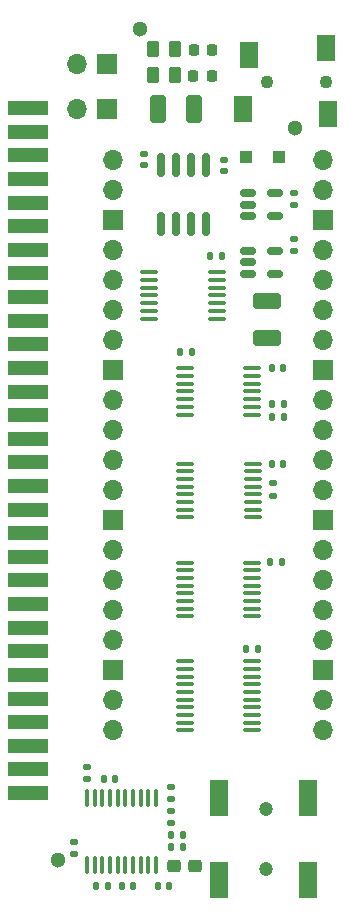
<source format=gbr>
%TF.GenerationSoftware,KiCad,Pcbnew,7.0.6-0*%
%TF.CreationDate,2023-07-28T21:35:03-06:00*%
%TF.ProjectId,PicoGUS Hand386,5069636f-4755-4532-9048-616e64333836,rev?*%
%TF.SameCoordinates,Original*%
%TF.FileFunction,Soldermask,Top*%
%TF.FilePolarity,Negative*%
%FSLAX46Y46*%
G04 Gerber Fmt 4.6, Leading zero omitted, Abs format (unit mm)*
G04 Created by KiCad (PCBNEW 7.0.6-0) date 2023-07-28 21:35:03*
%MOMM*%
%LPD*%
G01*
G04 APERTURE LIST*
G04 Aperture macros list*
%AMRoundRect*
0 Rectangle with rounded corners*
0 $1 Rounding radius*
0 $2 $3 $4 $5 $6 $7 $8 $9 X,Y pos of 4 corners*
0 Add a 4 corners polygon primitive as box body*
4,1,4,$2,$3,$4,$5,$6,$7,$8,$9,$2,$3,0*
0 Add four circle primitives for the rounded corners*
1,1,$1+$1,$2,$3*
1,1,$1+$1,$4,$5*
1,1,$1+$1,$6,$7*
1,1,$1+$1,$8,$9*
0 Add four rect primitives between the rounded corners*
20,1,$1+$1,$2,$3,$4,$5,0*
20,1,$1+$1,$4,$5,$6,$7,0*
20,1,$1+$1,$6,$7,$8,$9,0*
20,1,$1+$1,$8,$9,$2,$3,0*%
G04 Aperture macros list end*
%ADD10C,1.300000*%
%ADD11RoundRect,0.140000X-0.170000X0.140000X-0.170000X-0.140000X0.170000X-0.140000X0.170000X0.140000X0*%
%ADD12RoundRect,0.250000X-0.262500X-0.450000X0.262500X-0.450000X0.262500X0.450000X-0.262500X0.450000X0*%
%ADD13RoundRect,0.100000X-0.637500X-0.100000X0.637500X-0.100000X0.637500X0.100000X-0.637500X0.100000X0*%
%ADD14R,1.700000X1.700000*%
%ADD15O,1.700000X1.700000*%
%ADD16RoundRect,0.150000X0.150000X-0.825000X0.150000X0.825000X-0.150000X0.825000X-0.150000X-0.825000X0*%
%ADD17RoundRect,0.140000X-0.140000X-0.170000X0.140000X-0.170000X0.140000X0.170000X-0.140000X0.170000X0*%
%ADD18RoundRect,0.250000X0.412500X0.925000X-0.412500X0.925000X-0.412500X-0.925000X0.412500X-0.925000X0*%
%ADD19RoundRect,0.135000X-0.135000X-0.185000X0.135000X-0.185000X0.135000X0.185000X-0.135000X0.185000X0*%
%ADD20R,3.350000X1.250000*%
%ADD21C,1.100000*%
%ADD22R,1.500000X2.200000*%
%ADD23RoundRect,0.135000X0.185000X-0.135000X0.185000X0.135000X-0.185000X0.135000X-0.185000X-0.135000X0*%
%ADD24RoundRect,0.150000X-0.512500X-0.150000X0.512500X-0.150000X0.512500X0.150000X-0.512500X0.150000X0*%
%ADD25RoundRect,0.140000X0.140000X0.170000X-0.140000X0.170000X-0.140000X-0.170000X0.140000X-0.170000X0*%
%ADD26RoundRect,0.218750X-0.218750X-0.256250X0.218750X-0.256250X0.218750X0.256250X-0.218750X0.256250X0*%
%ADD27RoundRect,0.250000X-0.925000X0.412500X-0.925000X-0.412500X0.925000X-0.412500X0.925000X0.412500X0*%
%ADD28RoundRect,0.140000X0.170000X-0.140000X0.170000X0.140000X-0.170000X0.140000X-0.170000X-0.140000X0*%
%ADD29RoundRect,0.100000X0.100000X-0.637500X0.100000X0.637500X-0.100000X0.637500X-0.100000X-0.637500X0*%
%ADD30RoundRect,0.250000X0.300000X0.300000X-0.300000X0.300000X-0.300000X-0.300000X0.300000X-0.300000X0*%
%ADD31RoundRect,0.250000X-0.312500X-0.275000X0.312500X-0.275000X0.312500X0.275000X-0.312500X0.275000X0*%
%ADD32C,1.200000*%
%ADD33R,1.500000X3.100000*%
%ADD34RoundRect,0.250000X0.262500X0.450000X-0.262500X0.450000X-0.262500X-0.450000X0.262500X-0.450000X0*%
G04 APERTURE END LIST*
D10*
%TO.C,JLCTOOLING3*%
X140700000Y-67700000D03*
%TD*%
%TO.C,JLCTOOLING2*%
X127500000Y-59300000D03*
%TD*%
%TO.C,JLCTOOLING1*%
X120600000Y-129700000D03*
%TD*%
D11*
%TO.C,C10*%
X134620000Y-70386000D03*
X134620000Y-71346000D03*
%TD*%
D12*
%TO.C,R3*%
X128675000Y-61000000D03*
X130500000Y-61000000D03*
%TD*%
D13*
%TO.C,U3*%
X131318000Y-104487000D03*
X131318000Y-105137000D03*
X131318000Y-105787000D03*
X131318000Y-106437000D03*
X131318000Y-107087000D03*
X131318000Y-107737000D03*
X131318000Y-108387000D03*
X131318000Y-109037000D03*
X137043000Y-109037000D03*
X137043000Y-108387000D03*
X137043000Y-107737000D03*
X137043000Y-107087000D03*
X137043000Y-106437000D03*
X137043000Y-105787000D03*
X137043000Y-105137000D03*
X137043000Y-104487000D03*
%TD*%
D14*
%TO.C,J6*%
X124714000Y-66040000D03*
D15*
X122174000Y-66040000D03*
%TD*%
D13*
%TO.C,U6*%
X128338500Y-79920000D03*
X128338500Y-80570000D03*
X128338500Y-81220000D03*
X128338500Y-81870000D03*
X128338500Y-82520000D03*
X128338500Y-83170000D03*
X128338500Y-83820000D03*
X134063500Y-83820000D03*
X134063500Y-83170000D03*
X134063500Y-82520000D03*
X134063500Y-81870000D03*
X134063500Y-81220000D03*
X134063500Y-80570000D03*
X134063500Y-79920000D03*
%TD*%
D14*
%TO.C,JP1*%
X124719000Y-62230000D03*
D15*
X122179000Y-62230000D03*
%TD*%
D16*
%TO.C,U8*%
X129296000Y-75791000D03*
X130566000Y-75791000D03*
X131836000Y-75791000D03*
X133106000Y-75791000D03*
X133106000Y-70841000D03*
X131836000Y-70841000D03*
X130566000Y-70841000D03*
X129296000Y-70841000D03*
%TD*%
D17*
%TO.C,C13*%
X124484000Y-122809000D03*
X125444000Y-122809000D03*
%TD*%
%TO.C,C3*%
X138712000Y-88011000D03*
X139672000Y-88011000D03*
%TD*%
D18*
%TO.C,C2*%
X132137500Y-66040000D03*
X129062500Y-66040000D03*
%TD*%
D17*
%TO.C,C9*%
X138585000Y-104394000D03*
X139545000Y-104394000D03*
%TD*%
D19*
%TO.C,R6*%
X130169000Y-127508000D03*
X131189000Y-127508000D03*
%TD*%
D17*
%TO.C,C18*%
X130199000Y-128524000D03*
X131159000Y-128524000D03*
%TD*%
D20*
%TO.C,J3*%
X118058000Y-66000000D03*
X118058000Y-68000000D03*
X118058000Y-70000000D03*
X118058000Y-72000000D03*
X118058000Y-74000000D03*
X118058000Y-76000000D03*
X118058000Y-78000000D03*
X118058000Y-80000000D03*
X118058000Y-82000000D03*
X118058000Y-84000000D03*
X118058000Y-86000000D03*
X118058000Y-88000000D03*
X118058000Y-90000000D03*
X118058000Y-92000000D03*
X118058000Y-94000000D03*
X118058000Y-96000000D03*
X118058000Y-98000000D03*
X118058000Y-100000000D03*
X118058000Y-102000000D03*
X118058000Y-104000000D03*
X118058000Y-106000000D03*
X118058000Y-108000000D03*
X118058000Y-110000000D03*
X118058000Y-112000000D03*
X118058000Y-114000000D03*
X118058000Y-116000000D03*
X118058000Y-118000000D03*
X118058000Y-120000000D03*
X118058000Y-122000000D03*
X118058000Y-124000000D03*
%TD*%
D21*
%TO.C,J5*%
X143275000Y-63800000D03*
X138275000Y-63800000D03*
D22*
X136275000Y-66100000D03*
X143275000Y-60900000D03*
X143475000Y-66500000D03*
X136775000Y-61500000D03*
%TD*%
D17*
%TO.C,C12*%
X123853000Y-131826000D03*
X124813000Y-131826000D03*
%TD*%
D23*
%TO.C,R5*%
X130171000Y-126496000D03*
X130171000Y-125476000D03*
%TD*%
D17*
%TO.C,C7*%
X133487000Y-78568000D03*
X134447000Y-78568000D03*
%TD*%
D13*
%TO.C,U4*%
X131386500Y-96105000D03*
X131386500Y-96755000D03*
X131386500Y-97405000D03*
X131386500Y-98055000D03*
X131386500Y-98705000D03*
X131386500Y-99355000D03*
X131386500Y-100005000D03*
X131386500Y-100655000D03*
X137111500Y-100655000D03*
X137111500Y-100005000D03*
X137111500Y-99355000D03*
X137111500Y-98705000D03*
X137111500Y-98055000D03*
X137111500Y-97405000D03*
X137111500Y-96755000D03*
X137111500Y-96105000D03*
%TD*%
D11*
%TO.C,C14*%
X123059000Y-121821000D03*
X123059000Y-122781000D03*
%TD*%
D24*
%TO.C,U7*%
X136657500Y-73218000D03*
X136657500Y-74168000D03*
X136657500Y-75118000D03*
X138932500Y-75118000D03*
X138932500Y-73218000D03*
%TD*%
D13*
%TO.C,U5*%
X131318000Y-88048000D03*
X131318000Y-88698000D03*
X131318000Y-89348000D03*
X131318000Y-89998000D03*
X131318000Y-90648000D03*
X131318000Y-91298000D03*
X131318000Y-91948000D03*
X137043000Y-91948000D03*
X137043000Y-91298000D03*
X137043000Y-90648000D03*
X137043000Y-89998000D03*
X137043000Y-89348000D03*
X137043000Y-88698000D03*
X137043000Y-88048000D03*
%TD*%
D15*
%TO.C,U1*%
X125290500Y-70358000D03*
X125290500Y-72898000D03*
D14*
X125290500Y-75438000D03*
D15*
X125290500Y-77978000D03*
X125290500Y-80518000D03*
X125290500Y-83058000D03*
X125290500Y-85598000D03*
D14*
X125290500Y-88138000D03*
D15*
X125290500Y-90678000D03*
X125290500Y-93218000D03*
X125290500Y-95758000D03*
X125290500Y-98298000D03*
D14*
X125290500Y-100838000D03*
D15*
X125290500Y-103378000D03*
X125290500Y-105918000D03*
X125290500Y-108458000D03*
X125290500Y-110998000D03*
D14*
X125290500Y-113538000D03*
D15*
X125290500Y-116078000D03*
X125290500Y-118618000D03*
X143070500Y-118618000D03*
X143070500Y-116078000D03*
D14*
X143070500Y-113538000D03*
D15*
X143070500Y-110998000D03*
X143070500Y-108458000D03*
X143070500Y-105918000D03*
X143070500Y-103378000D03*
D14*
X143070500Y-100838000D03*
D15*
X143070500Y-98298000D03*
X143070500Y-95758000D03*
X143070500Y-93218000D03*
X143070500Y-90678000D03*
D14*
X143070500Y-88138000D03*
D15*
X143070500Y-85598000D03*
X143070500Y-83058000D03*
X143070500Y-80518000D03*
X143070500Y-77978000D03*
D14*
X143070500Y-75438000D03*
D15*
X143070500Y-72898000D03*
X143070500Y-70358000D03*
%TD*%
D25*
%TO.C,C4*%
X137513000Y-111760000D03*
X136553000Y-111760000D03*
%TD*%
D26*
%TO.C,FB1*%
X132102000Y-61127000D03*
X133677000Y-61127000D03*
%TD*%
D27*
%TO.C,C1*%
X138313000Y-82364500D03*
X138313000Y-85439500D03*
%TD*%
D28*
%TO.C,C6*%
X140599000Y-78077000D03*
X140599000Y-77117000D03*
%TD*%
D26*
%TO.C,FB2*%
X132064500Y-63327000D03*
X133639500Y-63327000D03*
%TD*%
D19*
%TO.C,R1*%
X130935000Y-86614000D03*
X131955000Y-86614000D03*
%TD*%
D29*
%TO.C,U10*%
X123059000Y-130116500D03*
X123709000Y-130116500D03*
X124359000Y-130116500D03*
X125009000Y-130116500D03*
X125659000Y-130116500D03*
X126309000Y-130116500D03*
X126959000Y-130116500D03*
X127609000Y-130116500D03*
X128259000Y-130116500D03*
X128909000Y-130116500D03*
X128909000Y-124391500D03*
X128259000Y-124391500D03*
X127609000Y-124391500D03*
X126959000Y-124391500D03*
X126309000Y-124391500D03*
X125659000Y-124391500D03*
X125009000Y-124391500D03*
X124359000Y-124391500D03*
X123709000Y-124391500D03*
X123059000Y-124391500D03*
%TD*%
D23*
%TO.C,R2*%
X138811000Y-98808000D03*
X138811000Y-97788000D03*
%TD*%
D25*
%TO.C,C16*%
X130020000Y-131826000D03*
X129060000Y-131826000D03*
%TD*%
D17*
%TO.C,C11*%
X126012000Y-131826000D03*
X126972000Y-131826000D03*
%TD*%
D19*
%TO.C,R8*%
X138684000Y-92160000D03*
X139704000Y-92160000D03*
%TD*%
D30*
%TO.C,D1*%
X139335000Y-70186000D03*
X136535000Y-70186000D03*
%TD*%
D24*
%TO.C,U9*%
X136667500Y-78126000D03*
X136667500Y-79076000D03*
X136667500Y-80026000D03*
X138942500Y-80026000D03*
X138942500Y-78126000D03*
%TD*%
D11*
%TO.C,C20*%
X140589000Y-73208000D03*
X140589000Y-74168000D03*
%TD*%
D31*
%TO.C,C17*%
X130430500Y-130175000D03*
X132205500Y-130175000D03*
%TD*%
D11*
%TO.C,C19*%
X130171000Y-123502000D03*
X130171000Y-124462000D03*
%TD*%
%TO.C,C15*%
X121920000Y-128157000D03*
X121920000Y-129117000D03*
%TD*%
%TO.C,C8*%
X127889000Y-69878000D03*
X127889000Y-70838000D03*
%TD*%
D13*
%TO.C,U2*%
X131318000Y-112850000D03*
X131318000Y-113500000D03*
X131318000Y-114150000D03*
X131318000Y-114800000D03*
X131318000Y-115450000D03*
X131318000Y-116100000D03*
X131318000Y-116750000D03*
X131318000Y-117400000D03*
X131318000Y-118050000D03*
X131318000Y-118700000D03*
X137043000Y-118700000D03*
X137043000Y-118050000D03*
X137043000Y-117400000D03*
X137043000Y-116750000D03*
X137043000Y-116100000D03*
X137043000Y-115450000D03*
X137043000Y-114800000D03*
X137043000Y-114150000D03*
X137043000Y-113500000D03*
X137043000Y-112850000D03*
%TD*%
D32*
%TO.C,J1*%
X138245000Y-125389000D03*
X138245000Y-130389000D03*
D33*
X134245000Y-131339000D03*
X134245000Y-124439000D03*
X141745000Y-124439000D03*
X141745000Y-131339000D03*
%TD*%
D17*
%TO.C,C5*%
X138712000Y-96139000D03*
X139672000Y-96139000D03*
%TD*%
D34*
%TO.C,R4*%
X130462500Y-63200000D03*
X128637500Y-63200000D03*
%TD*%
D19*
%TO.C,R7*%
X138682000Y-91059000D03*
X139702000Y-91059000D03*
%TD*%
M02*

</source>
